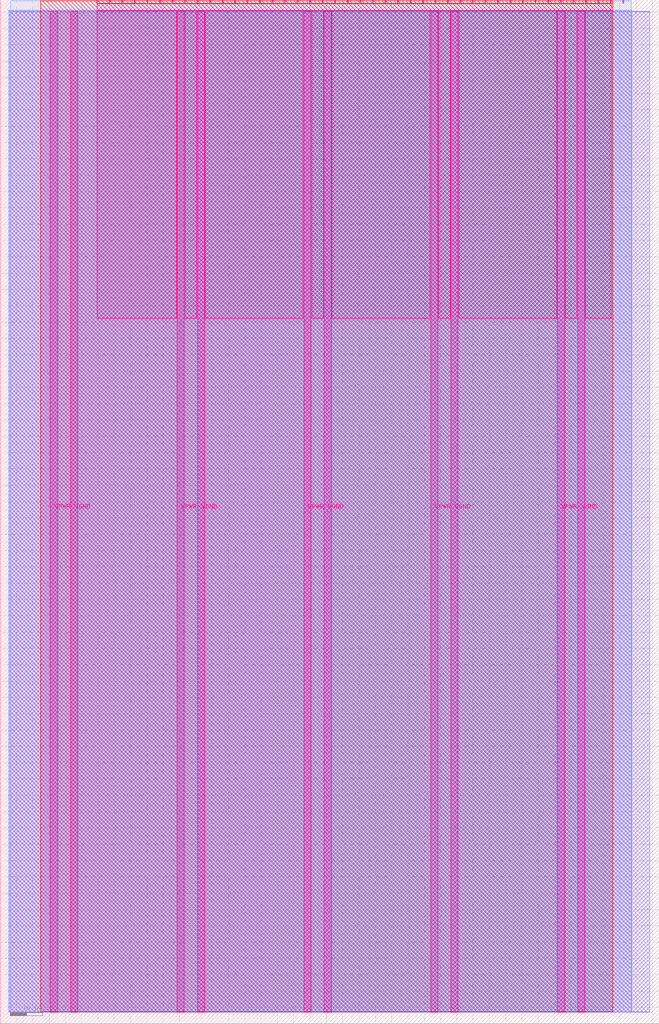
<source format=lef>
VERSION 5.7 ;
  NOWIREEXTENSIONATPIN ON ;
  DIVIDERCHAR "/" ;
  BUSBITCHARS "[]" ;
MACRO tt_um_znah_vga_ca
  CLASS BLOCK ;
  FOREIGN tt_um_znah_vga_ca ;
  ORIGIN 0.000 0.000 ;
  SIZE 202.080 BY 313.740 ;
  PIN VGND
    DIRECTION INOUT ;
    USE GROUND ;
    PORT
      LAYER Metal5 ;
        RECT 21.580 3.560 23.780 310.180 ;
    END
    PORT
      LAYER Metal5 ;
        RECT 60.450 3.560 62.650 310.180 ;
    END
    PORT
      LAYER Metal5 ;
        RECT 99.320 3.560 101.520 310.180 ;
    END
    PORT
      LAYER Metal5 ;
        RECT 138.190 3.560 140.390 310.180 ;
    END
    PORT
      LAYER Metal5 ;
        RECT 177.060 3.560 179.260 310.180 ;
    END
  END VGND
  PIN VPWR
    DIRECTION INOUT ;
    USE POWER ;
    PORT
      LAYER Metal5 ;
        RECT 15.380 3.560 17.580 310.180 ;
    END
    PORT
      LAYER Metal5 ;
        RECT 54.250 3.560 56.450 310.180 ;
    END
    PORT
      LAYER Metal5 ;
        RECT 93.120 3.560 95.320 310.180 ;
    END
    PORT
      LAYER Metal5 ;
        RECT 131.990 3.560 134.190 310.180 ;
    END
    PORT
      LAYER Metal5 ;
        RECT 170.860 3.560 173.060 310.180 ;
    END
  END VPWR
  PIN clk
    DIRECTION INPUT ;
    USE SIGNAL ;
    ANTENNAGATEAREA 0.213200 ;
    PORT
      LAYER Metal5 ;
        RECT 187.050 312.740 187.350 313.740 ;
    END
  END clk
  PIN ena
    DIRECTION INPUT ;
    USE SIGNAL ;
    PORT
      LAYER Metal5 ;
        RECT 190.890 312.740 191.190 313.740 ;
    END
  END ena
  PIN rst_n
    DIRECTION INPUT ;
    USE SIGNAL ;
    ANTENNAGATEAREA 0.314600 ;
    PORT
      LAYER Metal5 ;
        RECT 183.210 312.740 183.510 313.740 ;
    END
  END rst_n
  PIN ui_in[0]
    DIRECTION INPUT ;
    USE SIGNAL ;
    PORT
      LAYER Metal5 ;
        RECT 179.370 312.740 179.670 313.740 ;
    END
  END ui_in[0]
  PIN ui_in[1]
    DIRECTION INPUT ;
    USE SIGNAL ;
    PORT
      LAYER Metal5 ;
        RECT 175.530 312.740 175.830 313.740 ;
    END
  END ui_in[1]
  PIN ui_in[2]
    DIRECTION INPUT ;
    USE SIGNAL ;
    PORT
      LAYER Metal5 ;
        RECT 171.690 312.740 171.990 313.740 ;
    END
  END ui_in[2]
  PIN ui_in[3]
    DIRECTION INPUT ;
    USE SIGNAL ;
    PORT
      LAYER Metal5 ;
        RECT 167.850 312.740 168.150 313.740 ;
    END
  END ui_in[3]
  PIN ui_in[4]
    DIRECTION INPUT ;
    USE SIGNAL ;
    PORT
      LAYER Metal5 ;
        RECT 164.010 312.740 164.310 313.740 ;
    END
  END ui_in[4]
  PIN ui_in[5]
    DIRECTION INPUT ;
    USE SIGNAL ;
    PORT
      LAYER Metal5 ;
        RECT 160.170 312.740 160.470 313.740 ;
    END
  END ui_in[5]
  PIN ui_in[6]
    DIRECTION INPUT ;
    USE SIGNAL ;
    PORT
      LAYER Metal5 ;
        RECT 156.330 312.740 156.630 313.740 ;
    END
  END ui_in[6]
  PIN ui_in[7]
    DIRECTION INPUT ;
    USE SIGNAL ;
    PORT
      LAYER Metal5 ;
        RECT 152.490 312.740 152.790 313.740 ;
    END
  END ui_in[7]
  PIN uio_in[0]
    DIRECTION INPUT ;
    USE SIGNAL ;
    PORT
      LAYER Metal5 ;
        RECT 148.650 312.740 148.950 313.740 ;
    END
  END uio_in[0]
  PIN uio_in[1]
    DIRECTION INPUT ;
    USE SIGNAL ;
    PORT
      LAYER Metal5 ;
        RECT 144.810 312.740 145.110 313.740 ;
    END
  END uio_in[1]
  PIN uio_in[2]
    DIRECTION INPUT ;
    USE SIGNAL ;
    PORT
      LAYER Metal5 ;
        RECT 140.970 312.740 141.270 313.740 ;
    END
  END uio_in[2]
  PIN uio_in[3]
    DIRECTION INPUT ;
    USE SIGNAL ;
    PORT
      LAYER Metal5 ;
        RECT 137.130 312.740 137.430 313.740 ;
    END
  END uio_in[3]
  PIN uio_in[4]
    DIRECTION INPUT ;
    USE SIGNAL ;
    PORT
      LAYER Metal5 ;
        RECT 133.290 312.740 133.590 313.740 ;
    END
  END uio_in[4]
  PIN uio_in[5]
    DIRECTION INPUT ;
    USE SIGNAL ;
    PORT
      LAYER Metal5 ;
        RECT 129.450 312.740 129.750 313.740 ;
    END
  END uio_in[5]
  PIN uio_in[6]
    DIRECTION INPUT ;
    USE SIGNAL ;
    PORT
      LAYER Metal5 ;
        RECT 125.610 312.740 125.910 313.740 ;
    END
  END uio_in[6]
  PIN uio_in[7]
    DIRECTION INPUT ;
    USE SIGNAL ;
    PORT
      LAYER Metal5 ;
        RECT 121.770 312.740 122.070 313.740 ;
    END
  END uio_in[7]
  PIN uio_oe[0]
    DIRECTION OUTPUT ;
    USE SIGNAL ;
    ANTENNADIFFAREA 0.299200 ;
    PORT
      LAYER Metal5 ;
        RECT 56.490 312.740 56.790 313.740 ;
    END
  END uio_oe[0]
  PIN uio_oe[1]
    DIRECTION OUTPUT ;
    USE SIGNAL ;
    ANTENNADIFFAREA 0.299200 ;
    PORT
      LAYER Metal5 ;
        RECT 52.650 312.740 52.950 313.740 ;
    END
  END uio_oe[1]
  PIN uio_oe[2]
    DIRECTION OUTPUT ;
    USE SIGNAL ;
    ANTENNADIFFAREA 0.299200 ;
    PORT
      LAYER Metal5 ;
        RECT 48.810 312.740 49.110 313.740 ;
    END
  END uio_oe[2]
  PIN uio_oe[3]
    DIRECTION OUTPUT ;
    USE SIGNAL ;
    ANTENNADIFFAREA 0.299200 ;
    PORT
      LAYER Metal5 ;
        RECT 44.970 312.740 45.270 313.740 ;
    END
  END uio_oe[3]
  PIN uio_oe[4]
    DIRECTION OUTPUT ;
    USE SIGNAL ;
    ANTENNADIFFAREA 0.299200 ;
    PORT
      LAYER Metal5 ;
        RECT 41.130 312.740 41.430 313.740 ;
    END
  END uio_oe[4]
  PIN uio_oe[5]
    DIRECTION OUTPUT ;
    USE SIGNAL ;
    ANTENNADIFFAREA 0.299200 ;
    PORT
      LAYER Metal5 ;
        RECT 37.290 312.740 37.590 313.740 ;
    END
  END uio_oe[5]
  PIN uio_oe[6]
    DIRECTION OUTPUT ;
    USE SIGNAL ;
    ANTENNADIFFAREA 0.299200 ;
    PORT
      LAYER Metal5 ;
        RECT 33.450 312.740 33.750 313.740 ;
    END
  END uio_oe[6]
  PIN uio_oe[7]
    DIRECTION OUTPUT ;
    USE SIGNAL ;
    ANTENNADIFFAREA 0.299200 ;
    PORT
      LAYER Metal5 ;
        RECT 29.610 312.740 29.910 313.740 ;
    END
  END uio_oe[7]
  PIN uio_out[0]
    DIRECTION OUTPUT ;
    USE SIGNAL ;
    ANTENNADIFFAREA 0.299200 ;
    PORT
      LAYER Metal5 ;
        RECT 87.210 312.740 87.510 313.740 ;
    END
  END uio_out[0]
  PIN uio_out[1]
    DIRECTION OUTPUT ;
    USE SIGNAL ;
    ANTENNADIFFAREA 0.299200 ;
    PORT
      LAYER Metal5 ;
        RECT 83.370 312.740 83.670 313.740 ;
    END
  END uio_out[1]
  PIN uio_out[2]
    DIRECTION OUTPUT ;
    USE SIGNAL ;
    ANTENNADIFFAREA 0.299200 ;
    PORT
      LAYER Metal5 ;
        RECT 79.530 312.740 79.830 313.740 ;
    END
  END uio_out[2]
  PIN uio_out[3]
    DIRECTION OUTPUT ;
    USE SIGNAL ;
    ANTENNADIFFAREA 0.299200 ;
    PORT
      LAYER Metal5 ;
        RECT 75.690 312.740 75.990 313.740 ;
    END
  END uio_out[3]
  PIN uio_out[4]
    DIRECTION OUTPUT ;
    USE SIGNAL ;
    ANTENNADIFFAREA 0.299200 ;
    PORT
      LAYER Metal5 ;
        RECT 71.850 312.740 72.150 313.740 ;
    END
  END uio_out[4]
  PIN uio_out[5]
    DIRECTION OUTPUT ;
    USE SIGNAL ;
    ANTENNADIFFAREA 0.299200 ;
    PORT
      LAYER Metal5 ;
        RECT 68.010 312.740 68.310 313.740 ;
    END
  END uio_out[5]
  PIN uio_out[6]
    DIRECTION OUTPUT ;
    USE SIGNAL ;
    ANTENNADIFFAREA 0.299200 ;
    PORT
      LAYER Metal5 ;
        RECT 64.170 312.740 64.470 313.740 ;
    END
  END uio_out[6]
  PIN uio_out[7]
    DIRECTION OUTPUT ;
    USE SIGNAL ;
    ANTENNADIFFAREA 0.299200 ;
    PORT
      LAYER Metal5 ;
        RECT 60.330 312.740 60.630 313.740 ;
    END
  END uio_out[7]
  PIN uo_out[0]
    DIRECTION OUTPUT ;
    USE SIGNAL ;
    ANTENNADIFFAREA 0.632400 ;
    PORT
      LAYER Metal5 ;
        RECT 117.930 312.740 118.230 313.740 ;
    END
  END uo_out[0]
  PIN uo_out[1]
    DIRECTION OUTPUT ;
    USE SIGNAL ;
    ANTENNADIFFAREA 0.632400 ;
    PORT
      LAYER Metal5 ;
        RECT 114.090 312.740 114.390 313.740 ;
    END
  END uo_out[1]
  PIN uo_out[2]
    DIRECTION OUTPUT ;
    USE SIGNAL ;
    ANTENNADIFFAREA 0.632400 ;
    PORT
      LAYER Metal5 ;
        RECT 110.250 312.740 110.550 313.740 ;
    END
  END uo_out[2]
  PIN uo_out[3]
    DIRECTION OUTPUT ;
    USE SIGNAL ;
    ANTENNADIFFAREA 0.706800 ;
    PORT
      LAYER Metal5 ;
        RECT 106.410 312.740 106.710 313.740 ;
    END
  END uo_out[3]
  PIN uo_out[4]
    DIRECTION OUTPUT ;
    USE SIGNAL ;
    ANTENNADIFFAREA 0.632400 ;
    PORT
      LAYER Metal5 ;
        RECT 102.570 312.740 102.870 313.740 ;
    END
  END uo_out[4]
  PIN uo_out[5]
    DIRECTION OUTPUT ;
    USE SIGNAL ;
    ANTENNADIFFAREA 0.632400 ;
    PORT
      LAYER Metal5 ;
        RECT 98.730 312.740 99.030 313.740 ;
    END
  END uo_out[5]
  PIN uo_out[6]
    DIRECTION OUTPUT ;
    USE SIGNAL ;
    ANTENNADIFFAREA 0.632400 ;
    PORT
      LAYER Metal5 ;
        RECT 94.890 312.740 95.190 313.740 ;
    END
  END uo_out[6]
  PIN uo_out[7]
    DIRECTION OUTPUT ;
    USE SIGNAL ;
    ANTENNADIFFAREA 0.654800 ;
    PORT
      LAYER Metal5 ;
        RECT 91.050 312.740 91.350 313.740 ;
    END
  END uo_out[7]
  OBS
      LAYER GatPoly ;
        RECT 2.880 3.630 199.200 310.110 ;
      LAYER Metal1 ;
        RECT 2.880 3.560 199.200 310.180 ;
      LAYER Metal2 ;
        RECT 2.605 3.680 193.585 310.480 ;
      LAYER Metal3 ;
        RECT 3.260 3.635 193.540 313.465 ;
      LAYER Metal4 ;
        RECT 12.335 3.680 187.825 313.420 ;
      LAYER Metal5 ;
        RECT 30.120 312.530 33.240 312.740 ;
        RECT 33.960 312.530 37.080 312.740 ;
        RECT 37.800 312.530 40.920 312.740 ;
        RECT 41.640 312.530 44.760 312.740 ;
        RECT 45.480 312.530 48.600 312.740 ;
        RECT 49.320 312.530 52.440 312.740 ;
        RECT 53.160 312.530 56.280 312.740 ;
        RECT 57.000 312.530 60.120 312.740 ;
        RECT 60.840 312.530 63.960 312.740 ;
        RECT 64.680 312.530 67.800 312.740 ;
        RECT 68.520 312.530 71.640 312.740 ;
        RECT 72.360 312.530 75.480 312.740 ;
        RECT 76.200 312.530 79.320 312.740 ;
        RECT 80.040 312.530 83.160 312.740 ;
        RECT 83.880 312.530 87.000 312.740 ;
        RECT 87.720 312.530 90.840 312.740 ;
        RECT 91.560 312.530 94.680 312.740 ;
        RECT 95.400 312.530 98.520 312.740 ;
        RECT 99.240 312.530 102.360 312.740 ;
        RECT 103.080 312.530 106.200 312.740 ;
        RECT 106.920 312.530 110.040 312.740 ;
        RECT 110.760 312.530 113.880 312.740 ;
        RECT 114.600 312.530 117.720 312.740 ;
        RECT 118.440 312.530 121.560 312.740 ;
        RECT 122.280 312.530 125.400 312.740 ;
        RECT 126.120 312.530 129.240 312.740 ;
        RECT 129.960 312.530 133.080 312.740 ;
        RECT 133.800 312.530 136.920 312.740 ;
        RECT 137.640 312.530 140.760 312.740 ;
        RECT 141.480 312.530 144.600 312.740 ;
        RECT 145.320 312.530 148.440 312.740 ;
        RECT 149.160 312.530 152.280 312.740 ;
        RECT 153.000 312.530 156.120 312.740 ;
        RECT 156.840 312.530 159.960 312.740 ;
        RECT 160.680 312.530 163.800 312.740 ;
        RECT 164.520 312.530 167.640 312.740 ;
        RECT 168.360 312.530 171.480 312.740 ;
        RECT 172.200 312.530 175.320 312.740 ;
        RECT 176.040 312.530 179.160 312.740 ;
        RECT 179.880 312.530 183.000 312.740 ;
        RECT 183.720 312.530 186.840 312.740 ;
        RECT 29.660 310.390 187.300 312.530 ;
        RECT 29.660 216.155 54.040 310.390 ;
        RECT 56.660 216.155 60.240 310.390 ;
        RECT 62.860 216.155 92.910 310.390 ;
        RECT 95.530 216.155 99.110 310.390 ;
        RECT 101.730 216.155 131.780 310.390 ;
        RECT 134.400 216.155 137.980 310.390 ;
        RECT 140.600 216.155 170.650 310.390 ;
        RECT 173.270 216.155 176.850 310.390 ;
        RECT 179.470 216.155 187.300 310.390 ;
  END
END tt_um_znah_vga_ca
END LIBRARY


</source>
